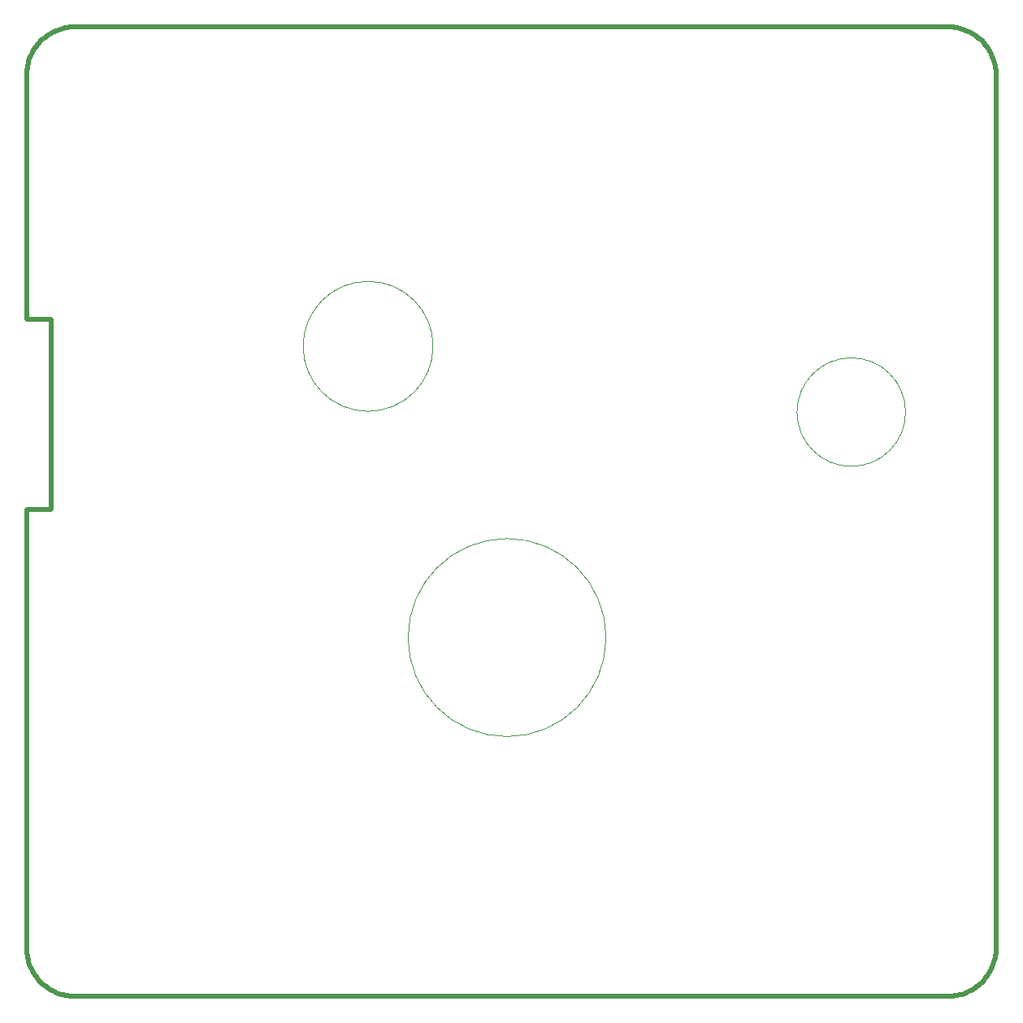
<source format=gbr>
G04 #@! TF.GenerationSoftware,KiCad,Pcbnew,7.0.9-7.0.9~ubuntu22.04.1*
G04 #@! TF.CreationDate,2024-01-02T22:01:41-05:00*
G04 #@! TF.ProjectId,mobo,6d6f626f-2e6b-4696-9361-645f70636258,rev?*
G04 #@! TF.SameCoordinates,Original*
G04 #@! TF.FileFunction,Other,User*
%FSLAX46Y46*%
G04 Gerber Fmt 4.6, Leading zero omitted, Abs format (unit mm)*
G04 Created by KiCad (PCBNEW 7.0.9-7.0.9~ubuntu22.04.1) date 2024-01-02 22:01:41*
%MOMM*%
%LPD*%
G01*
G04 APERTURE LIST*
%ADD10C,0.500000*%
%ADD11C,0.100000*%
G04 APERTURE END LIST*
D10*
X164817300Y-65538001D02*
X165062097Y-65556101D01*
X165305704Y-65586100D01*
X165547494Y-65628100D01*
X165786905Y-65681799D01*
X166023401Y-65747301D01*
X166256403Y-65824301D01*
X166485399Y-65912600D01*
X166709802Y-66012099D01*
X166928995Y-66122401D01*
X167142496Y-66243399D01*
X167349901Y-66374701D01*
X167550500Y-66516001D01*
X167743997Y-66666899D01*
X167929803Y-66827200D01*
X168107500Y-66996500D01*
X168276803Y-67174201D01*
X168437097Y-67359999D01*
X168587999Y-67553500D01*
X168729303Y-67754099D01*
X168860605Y-67961501D01*
X168981599Y-68175002D01*
X169091898Y-68394202D01*
X169191400Y-68618601D01*
X169279703Y-68847601D01*
X169356699Y-69080599D01*
X169422204Y-69317099D01*
X169475900Y-69556502D01*
X169517900Y-69798300D01*
X169547899Y-70041899D01*
X169566003Y-70286700D01*
X169572000Y-70532000D01*
X169572000Y-161532000D01*
X169566003Y-161777300D01*
X169547899Y-162022097D01*
X169517900Y-162265704D01*
X169475900Y-162507494D01*
X169422204Y-162746905D01*
X169356699Y-162983401D01*
X169279703Y-163216403D01*
X169191400Y-163445399D01*
X169091898Y-163669802D01*
X168981599Y-163888995D01*
X168860605Y-164102496D01*
X168729303Y-164309901D01*
X168587999Y-164510500D01*
X168437097Y-164703997D01*
X168276803Y-164889803D01*
X168107500Y-165067500D01*
X167929803Y-165236803D01*
X167743997Y-165397097D01*
X167550500Y-165547999D01*
X167349901Y-165689303D01*
X167142496Y-165820605D01*
X166928995Y-165941599D01*
X166709802Y-166051898D01*
X166485399Y-166151400D01*
X166256403Y-166239703D01*
X166023401Y-166316699D01*
X165786905Y-166382204D01*
X165547494Y-166435900D01*
X165305704Y-166477900D01*
X165062097Y-166507899D01*
X164817300Y-166526003D01*
X164572000Y-166532000D01*
X73572000Y-166532000D01*
X73326700Y-166526003D01*
X73081899Y-166507899D01*
X72838300Y-166477900D01*
X72596502Y-166435900D01*
X72357099Y-166382204D01*
X72120599Y-166316699D01*
X71887601Y-166239703D01*
X71658601Y-166151400D01*
X71434202Y-166051898D01*
X71215002Y-165941599D01*
X71001501Y-165820605D01*
X70794099Y-165689303D01*
X70593500Y-165547999D01*
X70399999Y-165397097D01*
X70214201Y-165236803D01*
X70036500Y-165067500D01*
X69867200Y-164889803D01*
X69706899Y-164703997D01*
X69556001Y-164510500D01*
X69414701Y-164309901D01*
X69283399Y-164102496D01*
X69162401Y-163888995D01*
X69052099Y-163669802D01*
X68952600Y-163445399D01*
X68864301Y-163216403D01*
X68787301Y-162983401D01*
X68721799Y-162746905D01*
X68668100Y-162507494D01*
X68626100Y-162265704D01*
X68596101Y-162022097D01*
X68578001Y-161777300D01*
X68572000Y-161532000D01*
X68572000Y-115824000D01*
X71120000Y-115824000D01*
X71120000Y-96012000D01*
X68572000Y-96012000D01*
X68572000Y-70532000D01*
X68578001Y-70286700D01*
X68596101Y-70041899D01*
X68626100Y-69798300D01*
X68668100Y-69556502D01*
X68721799Y-69317099D01*
X68787301Y-69080599D01*
X68864301Y-68847601D01*
X68952600Y-68618601D01*
X69052099Y-68394202D01*
X69162401Y-68175002D01*
X69283399Y-67961501D01*
X69414701Y-67754099D01*
X69556001Y-67553500D01*
X69706899Y-67359999D01*
X69867200Y-67174201D01*
X70036500Y-66996500D01*
X70214201Y-66827200D01*
X70399999Y-66666899D01*
X70593500Y-66516001D01*
X70794099Y-66374701D01*
X71001501Y-66243399D01*
X71215002Y-66122401D01*
X71434202Y-66012099D01*
X71658601Y-65912600D01*
X71887601Y-65824301D01*
X72120599Y-65747301D01*
X72357099Y-65681799D01*
X72596502Y-65628100D01*
X72838300Y-65586100D01*
X73081899Y-65556101D01*
X73326700Y-65538001D01*
X73572000Y-65532000D01*
X164572000Y-65532000D01*
X164817300Y-65538001D01*
D11*
X160147000Y-105664000D02*
G75*
G03*
X160147000Y-105664000I-5658274J0D01*
G01*
X128932402Y-129159000D02*
G75*
G03*
X128932402Y-129159000I-10314402J0D01*
G01*
X110913995Y-98806000D02*
G75*
G03*
X110913995Y-98806000I-6773995J0D01*
G01*
M02*

</source>
